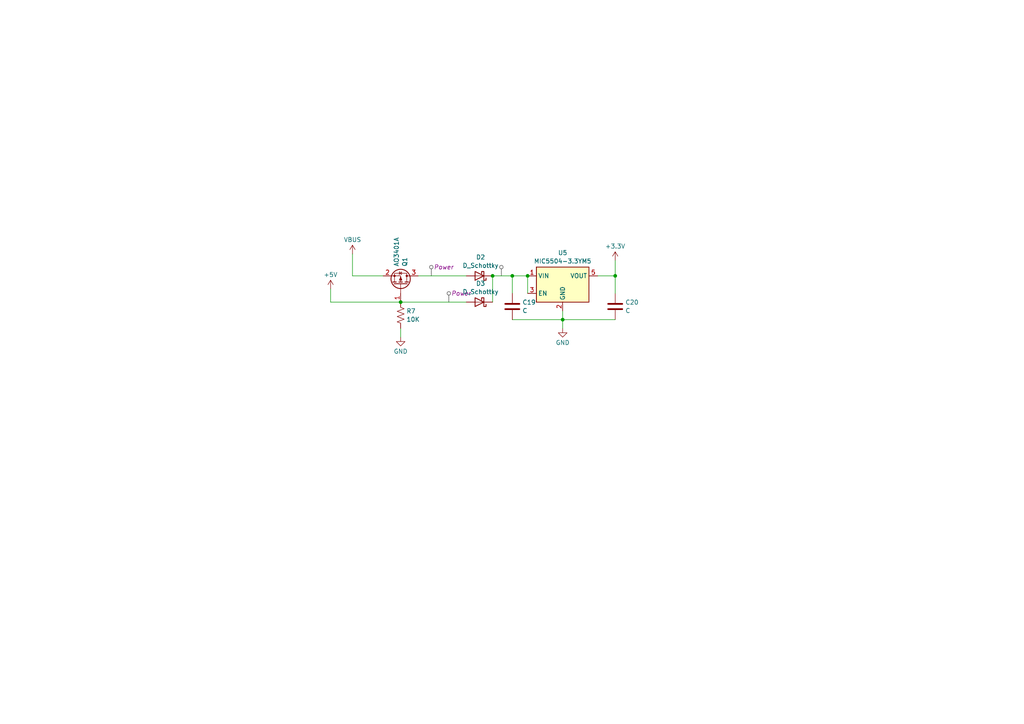
<source format=kicad_sch>
(kicad_sch (version 20230121) (generator eeschema)
  (paper "A4")
  (lib_symbols
    (symbol "Device:C" (pin_numbers hide) (pin_names (offset 0.254))
      (property "Reference" "C" (at 0.635 2.54 0))
      (property "Value" "C" (at 0.635 -2.54 0))
      (symbol "C_0_1"
        (polyline (pts (xy -2.032 -0.762) (xy 2.032 -0.762)) (stroke (width 0.508)))
        (polyline (pts (xy -2.032 0.762) (xy 2.032 0.762)) (stroke (width 0.508)))
      )
      (symbol "C_1_1"
        (pin passive line (at 0 3.81 270) (length 2.794) (name "~") (number "1"))
        (pin passive line (at 0 -3.81 90) (length 2.794) (name "~") (number "2"))
      )
    )
    (symbol "Device:D_Schottky" (pin_numbers hide) (pin_names (offset 1.016) hide)
      (property "Reference" "D" (at 0 2.54 0))
      (property "Value" "D_Schottky" (at 0 -2.54 0))
      (symbol "D_Schottky_0_1"
        (polyline (pts (xy 1.27 0) (xy -1.27 0)))
        (polyline (pts (xy 1.27 1.27) (xy 1.27 -1.27) (xy -1.27 0) (xy 1.27 1.27)) (stroke (width 0.254)))
        (polyline (pts (xy -1.905 0.635) (xy -1.905 1.27) (xy -1.27 1.27) (xy -1.27 -1.27) (xy -0.635 -1.27) (xy -0.635 -0.635)) (stroke (width 0.254)))
      )
      (symbol "D_Schottky_1_1"
        (pin passive line (at -3.81 0 0) (length 2.54) (name "K") (number "1"))
        (pin passive line (at 3.81 0 180) (length 2.54) (name "A") (number "2"))
      )
    )
    (symbol "Device:R_US" (pin_numbers hide) (pin_names (offset 0))
      (property "Reference" "R" (at 2.54 0 90))
      (property "Value" "R_US" (at -2.54 0 90))
      (symbol "R_US_0_1"
        (polyline (pts (xy 0 -2.286) (xy 0 -2.54)))
        (polyline (pts (xy 0 2.286) (xy 0 2.54)))
        (polyline (pts (xy 0 -0.762) (xy 1.016 -1.143) (xy 0 -1.524) (xy -1.016 -1.905) (xy 0 -2.286)))
        (polyline (pts (xy 0 0.762) (xy 1.016 0.381) (xy 0 0) (xy -1.016 -0.381) (xy 0 -0.762)))
        (polyline (pts (xy 0 2.286) (xy 1.016 1.905) (xy 0 1.524) (xy -1.016 1.143) (xy 0 0.762)))
      )
      (symbol "R_US_1_1"
        (pin passive line (at 0 3.81 270) (length 1.27) (name "~") (number "1"))
        (pin passive line (at 0 -3.81 90) (length 1.27) (name "~") (number "2"))
      )
    )
    (symbol "Regulator_Linear:MIC5504-3.3YM5"
      (property "Reference" "U" (at -7.62 8.89 0))
      (property "Value" "MIC5504-3.3YM5" (at -7.62 6.35 0))
      (symbol "MIC5504-3.3YM5_0_1"
        (rectangle (start -7.62 -5.08) (end 7.62 5.08) (stroke (width 0.254)) (fill (type background)))
      )
      (symbol "MIC5504-3.3YM5_1_1"
        (pin power_in line (at -10.16 2.54 0) (length 2.54) (name "VIN") (number "1"))
        (pin power_in line (at 0 -7.62 90) (length 2.54) (name "GND") (number "2"))
        (pin input line (at -10.16 -2.54 0) (length 2.54) (name "EN") (number "3"))
        (pin no_connect line (at 7.62 -2.54 180) (length 2.54) hide (name "NC") (number "4"))
        (pin power_out line (at 10.16 2.54 180) (length 2.54) (name "VOUT") (number "5"))
      )
    )
    (symbol "Transistor_FET:AO3401A" (pin_names hide)
      (property "Reference" "Q" (at 5.08 1.905 0))
      (property "Value" "AO3401A" (at 5.08 0 0))
      (symbol "AO3401A_0_1"
        (polyline (pts (xy 0.254 0) (xy -2.54 0)))
        (polyline (pts (xy 0.254 1.905) (xy 0.254 -1.905)) (stroke (width 0.254)))
        (polyline (pts (xy 0.762 -1.27) (xy 0.762 -2.286)) (stroke (width 0.254)))
        (polyline (pts (xy 0.762 0.508) (xy 0.762 -0.508)) (stroke (width 0.254)))
        (polyline (pts (xy 0.762 2.286) (xy 0.762 1.27)) (stroke (width 0.254)))
        (polyline (pts (xy 2.54 2.54) (xy 2.54 1.778)))
        (polyline (pts (xy 2.54 -2.54) (xy 2.54 0) (xy 0.762 0)))
        (polyline (pts (xy 0.762 1.778) (xy 3.302 1.778) (xy 3.302 -1.778) (xy 0.762 -1.778)))
        (polyline (pts (xy 2.286 0) (xy 1.27 0.381) (xy 1.27 -0.381) (xy 2.286 0)) (fill (type outline)))
        (polyline (pts (xy 2.794 -0.508) (xy 2.921 -0.381) (xy 3.683 -0.381) (xy 3.81 -0.254)))
        (polyline (pts (xy 3.302 -0.381) (xy 2.921 0.254) (xy 3.683 0.254) (xy 3.302 -0.381)))
        (circle (center 1.651 0) (radius 2.794) (stroke (width 0.254)))
        (circle (center 2.54 -1.778) (radius 0.254) (fill (type outline)))
        (circle (center 2.54 1.778) (radius 0.254) (fill (type outline)))
      )
      (symbol "AO3401A_1_1"
        (pin input line (at -5.08 0 0) (length 2.54) (name "G") (number "1"))
        (pin passive line (at 2.54 -5.08 90) (length 2.54) (name "S") (number "2"))
        (pin passive line (at 2.54 5.08 270) (length 2.54) (name "D") (number "3"))
      )
    )
    (symbol "power:+3.3V" (power) (pin_names (offset 0))
      (property "Value" "+3.3V" (at 0 3.556 0))
      (symbol "+3.3V_0_1"
        (polyline (pts (xy -0.762 1.27) (xy 0 2.54)))
        (polyline (pts (xy 0 0) (xy 0 2.54)))
        (polyline (pts (xy 0 2.54) (xy 0.762 1.27)))
      )
      (symbol "+3.3V_1_1"
        (pin power_in line (at 0 0 90) (length 0) hide (name "+3.3V") (number "1"))
      )
    )
    (symbol "power:+5V" (power) (pin_names (offset 0))
      (property "Value" "+5V" (at 0 3.556 0))
      (symbol "+5V_0_1"
        (polyline (pts (xy -0.762 1.27) (xy 0 2.54)))
        (polyline (pts (xy 0 0) (xy 0 2.54)))
        (polyline (pts (xy 0 2.54) (xy 0.762 1.27)))
      )
      (symbol "+5V_1_1"
        (pin power_in line (at 0 0 90) (length 0) hide (name "+5V") (number "1"))
      )
    )
    (symbol "power:GND" (power) (pin_names (offset 0))
      (property "Value" "GND" (at 0 -3.81 0))
      (symbol "GND_0_1"
        (polyline (pts (xy 0 0) (xy 0 -1.27) (xy 1.27 -1.27) (xy 0 -2.54) (xy -1.27 -1.27) (xy 0 -1.27)))
      )
      (symbol "GND_1_1"
        (pin power_in line (at 0 0 270) (length 0) hide (name "GND") (number "1"))
      )
    )
    (symbol "power:VBUS" (power) (pin_names (offset 0))
      (property "Value" "VBUS" (at 0 3.81 0))
      (symbol "VBUS_0_1"
        (polyline (pts (xy -0.762 1.27) (xy 0 2.54)))
        (polyline (pts (xy 0 0) (xy 0 2.54)))
        (polyline (pts (xy 0 2.54) (xy 0.762 1.27)))
      )
      (symbol "VBUS_1_1"
        (pin power_in line (at 0 0 90) (length 0) hide (name "VBUS") (number "1"))
      )
    )
  )
  (junction (at 163.195 92.71))
  (junction (at 153.035 80.01))
  (junction (at 148.59 80.01))
  (junction (at 116.205 87.63))
  (junction (at 142.875 80.01))
  (junction (at 178.435 80.01))
  (wire (pts (xy 116.205 87.63) (xy 135.255 87.63)))
  (wire (pts (xy 142.875 80.01) (xy 148.59 80.01)))
  (wire (pts (xy 95.885 87.63) (xy 95.885 83.82)))
  (wire (pts (xy 163.195 92.71) (xy 178.435 92.71)))
  (wire (pts (xy 163.195 92.71) (xy 163.195 90.17)))
  (wire (pts (xy 121.285 80.01) (xy 135.255 80.01)))
  (wire (pts (xy 116.205 95.25) (xy 116.205 97.79)))
  (wire (pts (xy 163.195 92.71) (xy 163.195 95.25)))
  (wire (pts (xy 148.59 92.71) (xy 163.195 92.71)))
  (wire (pts (xy 142.875 87.63) (xy 142.875 80.01)))
  (wire (pts (xy 148.59 80.01) (xy 153.035 80.01)))
  (wire (pts (xy 153.035 80.01) (xy 153.035 85.09)))
  (wire (pts (xy 178.435 75.565) (xy 178.435 80.01)))
  (wire (pts (xy 178.435 80.01) (xy 173.355 80.01)))
  (wire (pts (xy 102.235 73.66) (xy 102.235 80.01)))
  (wire (pts (xy 148.59 80.01) (xy 148.59 85.09)))
  (wire (pts (xy 178.435 85.09) (xy 178.435 80.01)))
  (wire (pts (xy 116.205 87.63) (xy 95.885 87.63)))
  (wire (pts (xy 102.235 80.01) (xy 111.125 80.01)))
  (netclass_flag "" (length 2.54) (shape round) (at 125.095 80.01 0) (property "Netclass" "Power" (at 125.7935 77.47 0) (effects (font italic) (justify left))))
  (netclass_flag "" (length 2.54) (shape round) (at 145.415 80.01 0) (property "Netclass" "Power" (effects hide)))
  (netclass_flag "" (length 2.54) (shape round) (at 130.175 87.63 0) (property "Netclass" "Power" (at 130.8735 85.09 0) (effects (font italic) (justify left))))
  (symbol (lib_id "Regulator_Linear:MIC5504-3.3YM5") (at 163.195 82.55 0) (unit 1)
    (property "Reference" "U5" (at 163.195 73.3257 0))
    (property "Value" "MIC5504-3.3YM5" (at 163.195 75.7499 0))
    (property "Footprint" "Package_TO_SOT_SMD:SOT-23-5" (effects hide))
    (property "Datasheet" "http://ww1.microchip.com/downloads/en/DeviceDoc/MIC550X.pdf" (effects hide))
    (instances (project "Console Interface" (path "" (reference "U5") (unit 1))) (project "Controller Interface" (path "" (reference "U7") (unit 1))))
  )
  (symbol (lib_id "Transistor_FET:AO3401A") (at 116.205 82.55 270) (mirror x) (unit 1)
    (property "Reference" "Q1" (at 117.4171 77.343 0) (effects (justify left)))
    (property "Value" "AO3401A" (at 114.9929 77.343 0) (effects (justify left)))
    (property "Footprint" "Package_TO_SOT_SMD:SOT-23" (effects hide))
    (property "Datasheet" "http://www.aosmd.com/pdfs/datasheet/AO3401A.pdf" (effects hide))
    (instances (project "Console Interface" (path "" (reference "Q1") (unit 1))) (project "Controller Interface" (path "" (reference "Q2") (unit 1))))
  )
  (symbol (lib_id "power:+5V") (at 95.885 83.82 0) (unit 1)
    (property "Reference" "#PWR021" (effects hide))
    (property "Value" "+5V" (at 95.885 79.6869 0))
  )
  (symbol (lib_id "Device:C") (at 148.59 88.9 0) (unit 1)
    (property "Reference" "C19" (at 151.511 87.6879 0) (effects (justify left)))
    (property "Value" "C" (at 151.511 90.1121 0) (effects (justify left)))
    (property "Footprint" "Capacitor_SMD:C_0805_2012Metric" (effects hide))
    (instances (project "Console Interface" (path "" (reference "C19") (unit 1))) (project "Controller Interface" (path "" (reference "C5") (unit 1))))
  )
  (symbol (lib_id "power:VBUS") (at 102.235 73.66 0) (unit 1)
    (property "Reference" "#PWR020" (effects hide))
    (property "Value" "VBUS" (at 102.235 69.5269 0))
    (instances (project "Console Interface" (path "" (reference "#PWR020") (unit 1))) (project "Controller Interface" (path "" (reference "#PWR035") (unit 1))))
  )
  (symbol (lib_id "power:GND") (at 116.205 97.79 0) (unit 1)
    (property "Reference" "#PWR022" (effects hide))
    (property "Value" "GND" (at 116.205 101.9231 0))
    (instances (project "Console Interface" (path "" (reference "#PWR022") (unit 1))) (project "Controller Interface" (path "" (reference "#PWR040") (unit 1))))
  )
  (symbol (lib_id "power:+3.3V") (at 178.435 75.565 0) (unit 1)
    (property "Reference" "#PWR034" (effects hide))
    (property "Value" "+3.3V" (at 178.435 71.4319 0))
    (instances (project "Console Interface" (path "" (reference "#PWR034") (unit 1))) (project "Controller Interface" (path "" (reference "#PWR030") (unit 1)) (path "" (reference "#PWR042") (unit 1))))
  )
  (symbol (lib_id "Device:D_Schottky") (at 139.065 87.63 180) (unit 1)
    (property "Reference" "D3" (at 139.3825 82.2157 0))
    (property "Value" "D_Schottky" (at 139.3825 84.6399 0))
    (property "Footprint" "Diode_SMD:D_0805_2012Metric" (effects hide))
  )
  (symbol (lib_id "Device:D_Schottky") (at 139.065 80.01 180) (unit 1)
    (property "Reference" "D2" (at 139.3825 74.5957 0))
    (property "Value" "D_Schottky" (at 139.3825 77.0199 0))
    (property "Footprint" "Diode_SMD:D_0805_2012Metric" (effects hide))
  )
  (symbol (lib_id "power:GND") (at 163.195 95.25 0) (unit 1)
    (property "Reference" "#PWR033" (effects hide))
    (property "Value" "GND" (at 163.195 99.3831 0))
    (instances (project "Console Interface" (path "" (reference "#PWR033") (unit 1))) (project "Controller Interface" (path "" (reference "#PWR021") (unit 1))))
  )
  (symbol (lib_id "Device:C") (at 178.435 88.9 0) (unit 1)
    (property "Reference" "C20" (at 181.356 87.6879 0) (effects (justify left)))
    (property "Value" "C" (at 181.356 90.1121 0) (effects (justify left)))
    (property "Footprint" "Capacitor_SMD:C_0805_2012Metric" (effects hide))
    (instances (project "Console Interface" (path "" (reference "C20") (unit 1))) (project "Controller Interface" (path "" (reference "C6") (unit 1))))
  )
  (symbol (lib_id "Device:R_US") (at 116.205 91.44 180) (unit 1)
    (property "Reference" "R7" (at 117.856 90.2279 0) (effects (justify right)))
    (property "Value" "10K" (at 117.856 92.6521 0) (effects (justify right)))
    (property "Footprint" "Resistor_SMD:R_0805_2012Metric" (effects hide))
    (instances (project "Console Interface" (path "" (reference "R7") (unit 1))) (project "Controller Interface" (path "" (reference "R11") (unit 1))))
  )
)
</source>
